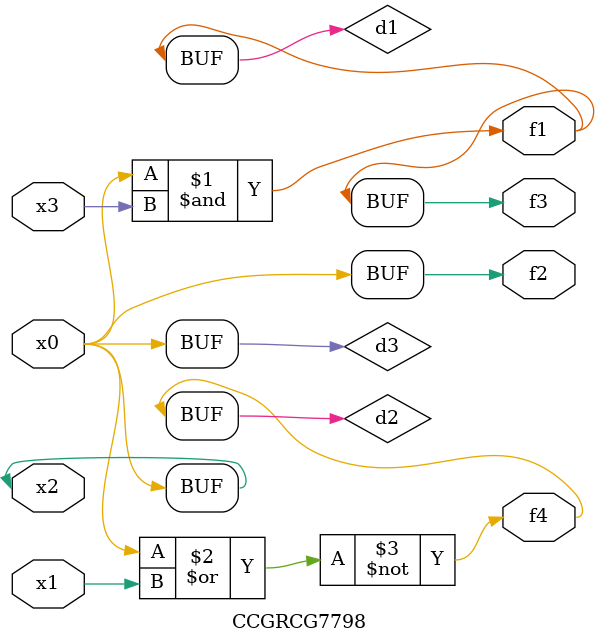
<source format=v>
module CCGRCG7798(
	input x0, x1, x2, x3,
	output f1, f2, f3, f4
);

	wire d1, d2, d3;

	and (d1, x2, x3);
	nor (d2, x0, x1);
	buf (d3, x0, x2);
	assign f1 = d1;
	assign f2 = d3;
	assign f3 = d1;
	assign f4 = d2;
endmodule

</source>
